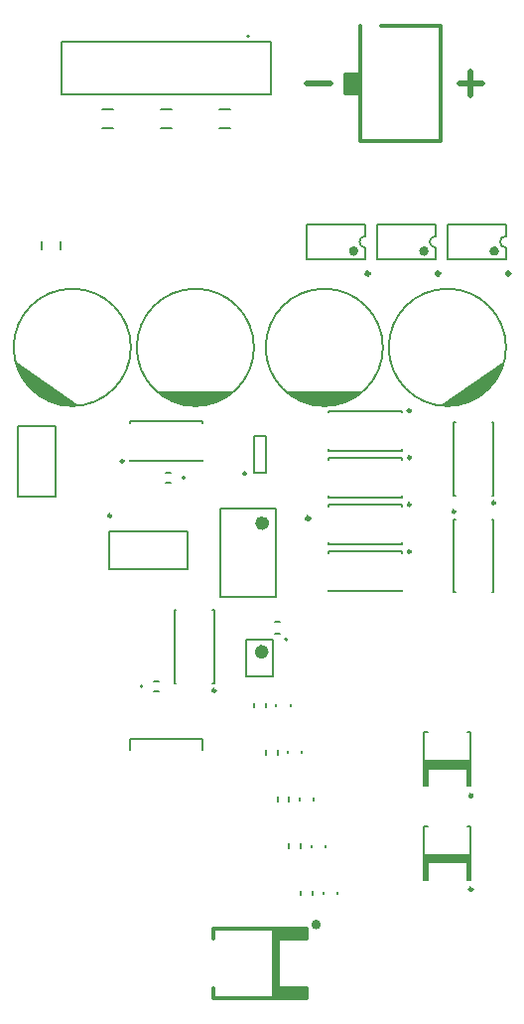
<source format=gbr>
%TF.GenerationSoftware,Altium Limited,Altium Designer,25.6.2 (33)*%
G04 Layer_Color=32896*
%FSLAX45Y45*%
%MOMM*%
%TF.SameCoordinates,4265A882-CCA4-4A53-A555-757F884491BB*%
%TF.FilePolarity,Positive*%
%TF.FileFunction,Legend,Bot*%
%TF.Part,Single*%
G01*
G75*
%TA.AperFunction,NonConductor*%
%ADD63C,0.25000*%
%ADD64C,0.20000*%
%ADD65C,0.40000*%
%ADD66C,0.30000*%
%ADD69C,0.60000*%
%ADD70C,0.12700*%
%ADD71C,0.50000*%
%ADD72R,1.26900X1.65100*%
%ADD73R,2.47501X0.85000*%
%ADD74R,2.47501X0.85000*%
%ADD75R,0.80000X5.90000*%
%ADD76R,0.27500X1.50000*%
%ADD77R,3.94999X0.80000*%
%ADD78R,0.27500X1.50000*%
%ADD79R,3.94999X0.80000*%
G36*
X-2084247Y5532938D02*
X-2081397Y5514881D01*
X-2007493Y5360260D01*
X-1919738Y5265593D01*
X-1835129Y5208735D01*
X-1716264Y5163705D01*
X-1585866Y5150200D01*
X-1547145Y5156855D01*
X-2084247Y5532938D01*
D02*
G37*
G36*
X-879528Y5276356D02*
X-866836Y5263199D01*
X-717611Y5178930D01*
X-591427Y5151719D01*
X-489507Y5153673D01*
X-366311Y5184964D01*
X-251748Y5248695D01*
X-223848Y5276356D01*
X-879528D01*
D02*
G37*
G36*
X220473D02*
X233164Y5263199D01*
X382389Y5178930D01*
X508573Y5151719D01*
X610493Y5153673D01*
X733689Y5184964D01*
X848252Y5248695D01*
X876152Y5276356D01*
X220473D01*
D02*
G37*
G36*
X1544380Y5154919D02*
X1562323Y5151421D01*
X1732896Y5167985D01*
X1851867Y5218070D01*
X1934235Y5278130D01*
X2017203Y5374425D01*
X2074493Y5492340D01*
X2081482Y5531002D01*
X1544380Y5154919D01*
D02*
G37*
D63*
X1667500Y4250000D02*
G03*
X1667500Y4250000I-12500J0D01*
G01*
X-377500Y2725000D02*
G03*
X-377500Y2725000I-12500J0D01*
G01*
X-1162500Y4680000D02*
G03*
X-1162500Y4680000I-12500J0D01*
G01*
X-1267500Y4215000D02*
G03*
X-1267500Y4215000I-12500J0D01*
G01*
X-120000Y4575000D02*
G03*
X-120000Y4575000I-10000J0D01*
G01*
X2007500Y4325000D02*
G03*
X2007500Y4325000I-12500J0D01*
G01*
X1287500Y5110000D02*
G03*
X1287500Y5110000I-12500J0D01*
G01*
Y4710000D02*
G03*
X1287500Y4710000I-12500J0D01*
G01*
Y4310000D02*
G03*
X1287500Y4310000I-12500J0D01*
G01*
Y3910000D02*
G03*
X1287500Y3910000I-12500J0D01*
G01*
D64*
X2100000Y5650000D02*
G03*
X2100000Y5650000I-500000J0D01*
G01*
X-50000D02*
G03*
X-50000Y5650000I-500000J0D01*
G01*
X-90000Y8299600D02*
G03*
X-90000Y8299600I-10000J0D01*
G01*
X1050000Y5650000D02*
G03*
X1050000Y5650000I-500000J0D01*
G01*
X-640000Y4540000D02*
G03*
X-640000Y4540000I-10000J0D01*
G01*
X2100000Y6600000D02*
G03*
X2100000Y6500000I0J-50000D01*
G01*
X1500000Y6600000D02*
G03*
X1500000Y6500000I0J-50000D01*
G01*
X900000Y6600000D02*
G03*
X900000Y6500000I0J-50000D01*
G01*
X232500Y3160000D02*
G03*
X232500Y3160000I-10000J0D01*
G01*
X-1000000Y2760000D02*
G03*
X-1000000Y2760000I-10000J0D01*
G01*
X-1100000Y5650000D02*
G03*
X-1100000Y5650000I-500000J0D01*
G01*
X-340000Y3525000D02*
Y4275000D01*
X140000D01*
X-340000Y3525000D02*
X140000D01*
Y4275000D01*
X-1110000Y2310000D02*
X-490000D01*
X-1110000Y2220000D02*
Y2310000D01*
X-490000Y2220000D02*
Y2310000D01*
X1655000Y3565000D02*
Y4185000D01*
X1995000Y3565000D02*
Y4185000D01*
X1655000D02*
X1670000D01*
X1655000Y3565000D02*
X1670000D01*
X1980000Y4185000D02*
X1995000D01*
X1980000Y3565000D02*
X1995000D01*
X-730000Y3410000D02*
X-715000D01*
X-730000Y2790000D02*
X-715000D01*
X-405000Y3410000D02*
X-390000D01*
X-405000Y2790000D02*
X-390000D01*
X-730000D02*
Y3410000D01*
X-390000Y2790000D02*
Y3410000D01*
X-845000Y7680000D02*
X-755000D01*
X-845000Y7520000D02*
X-755000D01*
X-490000Y5005000D02*
Y5020000D01*
X-1110000Y5005000D02*
Y5020000D01*
X-490000Y4680000D02*
Y4695000D01*
X-1110000Y4680000D02*
Y4695000D01*
Y5020000D02*
X-490000D01*
X-1110000Y4680000D02*
X-490000D01*
X-1700000Y6485000D02*
Y6555000D01*
X-1860000Y6485000D02*
Y6555000D01*
X-1740000Y4375000D02*
Y4975000D01*
X-2060000Y4375000D02*
X-1740000D01*
X-2060000D02*
Y4975000D01*
X-1740000D01*
X-800000Y4582500D02*
X-760000D01*
X-800000Y4497500D02*
X-760000D01*
X-615000Y3760000D02*
Y4080000D01*
X-1285000Y3760000D02*
Y4080000D01*
Y3760000D02*
X-615000D01*
X-1285000Y4080000D02*
X-615000Y4080000D01*
X1600000Y6400000D02*
X2100000D01*
X1600000Y6700000D02*
X2100000D01*
Y6600000D02*
Y6700000D01*
Y6400000D02*
Y6500000D01*
X1600000Y6400000D02*
Y6700000D01*
X1000000Y6400000D02*
X1500000D01*
X1000000Y6700000D02*
X1500000D01*
Y6600000D02*
Y6700000D01*
Y6400000D02*
Y6500000D01*
X1000000Y6400000D02*
Y6700000D01*
X400000Y6400000D02*
X900000D01*
X400000Y6700000D02*
X900000D01*
Y6600000D02*
Y6700000D01*
Y6400000D02*
Y6500000D01*
X400000Y6400000D02*
Y6700000D01*
X115000Y2845000D02*
Y3155000D01*
X-115000Y2845000D02*
Y3155000D01*
X115000D01*
X-115000Y2845000D02*
X115000D01*
X-50000Y4585000D02*
X50000D01*
X-50000Y4895000D02*
X50000D01*
X-50000Y4585000D02*
Y4895000D01*
X50000Y4585000D02*
Y4895000D01*
X-1345000Y7520000D02*
X-1255000D01*
X-1345000Y7680000D02*
X-1255000D01*
X-345000Y7520000D02*
X-255000D01*
X-345000Y7680000D02*
X-255000D01*
X260000Y2590000D02*
Y2610000D01*
X140000Y2590000D02*
Y2610000D01*
X360000Y2190000D02*
Y2210000D01*
X240000Y2190000D02*
Y2210000D01*
X460000Y1790000D02*
Y1810000D01*
X340000Y1790000D02*
Y1810000D01*
X560000Y1390000D02*
Y1410000D01*
X440000Y1390000D02*
Y1410000D01*
X660000Y990000D02*
Y1010000D01*
X540000Y990000D02*
Y1010000D01*
X-900000Y2717500D02*
X-860000D01*
X-900000Y2802500D02*
X-860000D01*
X1402500Y1110000D02*
Y1570000D01*
X1797500Y1110000D02*
Y1570000D01*
X1770000D02*
X1797500D01*
X1770000Y1110000D02*
X1797500D01*
X1402500D02*
X1430000D01*
X1402500Y1570000D02*
X1430000D01*
X1770000Y1110000D02*
Y1260000D01*
X1430000D02*
X1770000D01*
X1430000Y1110000D02*
Y1260000D01*
X1402500Y1260000D02*
X1430000Y1260000D01*
X1770000D02*
X1797500D01*
X1402500Y1910000D02*
Y2370000D01*
X1797500Y1910000D02*
Y2370000D01*
X1770000D02*
X1797500D01*
X1770000Y1910000D02*
X1797500D01*
X1402500D02*
X1430000D01*
X1402500Y2370000D02*
X1430000D01*
X1770000Y1910000D02*
Y2060000D01*
X1430000D02*
X1770000D01*
X1430000Y1910000D02*
Y2060000D01*
X1402500Y2060000D02*
X1430000Y2060000D01*
X1770000D02*
X1797500D01*
X1995000Y4390000D02*
Y5010000D01*
X1655000Y4390000D02*
Y5010000D01*
X1980000Y4390000D02*
X1995000D01*
X1980000Y5010000D02*
X1995000D01*
X1655000Y4390000D02*
X1670000D01*
X1655000Y5010000D02*
X1670000D01*
X590000Y5110000D02*
X1210000D01*
X590000Y4770000D02*
X1210000D01*
Y5095000D02*
Y5110000D01*
X590000Y5095000D02*
Y5110000D01*
X1210000Y4770000D02*
Y4785000D01*
X590000Y4770000D02*
Y4785000D01*
Y4710000D02*
X1210000D01*
X590000Y4370000D02*
X1210000D01*
Y4695000D02*
Y4710000D01*
X590000Y4695000D02*
Y4710000D01*
X1210000Y4370000D02*
Y4385000D01*
X590000Y4370000D02*
Y4385000D01*
X130000Y3210000D02*
X170000D01*
X130000Y3310000D02*
X170000D01*
X-50000Y2580000D02*
Y2620000D01*
X50000Y2580000D02*
Y2620000D01*
X50000Y2180000D02*
Y2220000D01*
X150000Y2180000D02*
Y2220000D01*
X150000Y1780000D02*
Y1820000D01*
X250000Y1780000D02*
Y1820000D01*
X250000Y1380000D02*
Y1420000D01*
X350000Y1380000D02*
Y1420000D01*
X350000Y980000D02*
Y1020000D01*
X450000Y980000D02*
Y1020000D01*
X590000Y4310000D02*
X1210000D01*
X590000Y3970000D02*
X1210000D01*
Y4295000D02*
Y4310000D01*
X590000Y4295000D02*
Y4310000D01*
X1210000Y3970000D02*
Y3985000D01*
X590000Y3970000D02*
Y3985000D01*
Y3910000D02*
X1210000D01*
X590000Y3570000D02*
X1210000D01*
Y3895000D02*
Y3910000D01*
X590000Y3895000D02*
Y3910000D01*
X1210000Y3570000D02*
Y3585000D01*
X590000Y3570000D02*
Y3585000D01*
D65*
X500000Y730000D02*
G03*
X500000Y730000I-20000J0D01*
G01*
X2020000Y6471000D02*
G03*
X2020000Y6471000I-20000J0D01*
G01*
X1420000D02*
G03*
X1420000Y6471000I-20000J0D01*
G01*
X820000D02*
G03*
X820000Y6471000I-20000J0D01*
G01*
D66*
X425000Y4192500D02*
G03*
X425000Y4192500I-15000J0D01*
G01*
X2135000Y6280000D02*
G03*
X2135000Y6280000I-15000J0D01*
G01*
X1535000D02*
G03*
X1535000Y6280000I-15000J0D01*
G01*
X935000D02*
G03*
X935000Y6280000I-15000J0D01*
G01*
X1810000Y1030000D02*
G03*
X1810000Y1030000I-10000J0D01*
G01*
Y1830000D02*
G03*
X1810000Y1830000I-10000J0D01*
G01*
X857000Y7407500D02*
Y8392500D01*
Y7407500D02*
X857000D01*
X1543000Y7407500D01*
Y8392500D01*
X1543000D02*
X1543000D01*
X1034900D02*
X1543000D01*
X730100Y7976200D02*
X857100D01*
X730100D02*
X730100Y7811100D01*
X857100D01*
X150000Y610000D02*
X397500Y610000D01*
X150000Y190000D02*
X397500Y190000D01*
X-397500Y695000D02*
X397500D01*
Y610000D02*
Y695000D01*
X-397500Y610000D02*
Y695000D01*
Y105000D02*
Y190000D01*
X397500Y105000D02*
Y190000D01*
X-397500Y105000D02*
X397500D01*
D69*
X50000Y4152500D02*
G03*
X50000Y4152500I-30000J0D01*
G01*
X45000Y3055000D02*
G03*
X45000Y3055000I-30000J0D01*
G01*
D70*
X-1695000Y7805000D02*
X95000D01*
X-1695000D02*
Y8255000D01*
X95000Y7805000D02*
Y8255000D01*
X-1695000D02*
X95000D01*
D71*
X1800000Y7800000D02*
Y8000000D01*
X1700000Y7900000D02*
X1900000D01*
X400000D02*
X600000D01*
D72*
X793550Y7893649D02*
D03*
D73*
X273748Y652499D02*
D03*
D74*
Y147502D02*
D03*
D75*
X139997Y400000D02*
D03*
D76*
X1783753Y1185013D02*
D03*
X1416254Y1185004D02*
D03*
X1783732Y1984995D02*
D03*
D77*
X1599999Y1300000D02*
D03*
D78*
X1416254Y1985004D02*
D03*
D79*
X1599999Y2100000D02*
D03*
%TF.MD5,46bf033c974537f0288962b307dd5087*%
M02*

</source>
